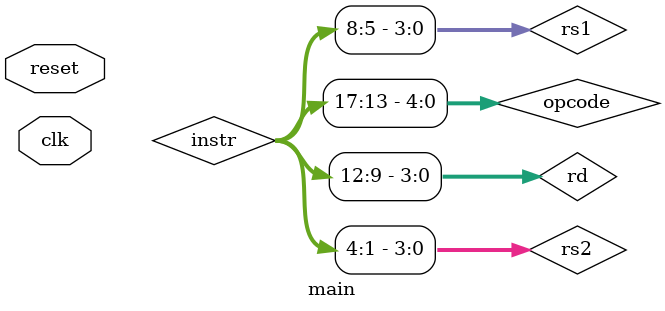
<source format=v>
module main (
    input wire clk,
    input wire reset
);

    // Wires

    // PC
    wire [11:0] PC_out;
    wire [11:0] PC_offset;

    // Instruction
    wire [17:0] instr;
    wire [4:0]  opcode;

    // Register fields
    wire [3:0] rs1, rs2, rd;

    // Register file
    wire [17:0] regA, regB;
    wire [17:0] write_data;

    // Immediate
    wire [17:0] ExtImm;

    // ALU
    wire [17:0] alu_B;
    wire [17:0] ALU_out;
    wire        zero;

    // Data Memory
    wire [17:0] mem_data;

    // Control signals
    wire PCWrite, PCSrc;
    wire RegWrite;
    wire MemRead, MemWrite, MemToReg;
    wire ALUSrc;
    wire ExtSel;
    wire [2:0] ALUCtrl;

    // Instruction fields

    assign opcode = instr[17:13];
    assign rd  = instr[12:9];
    assign rs1 = instr[8:5];
    assign rs2 = instr[4:1];

    // Program Counter

    program_counter PC (
        .clk(clk),
        .reset(reset),
        .PC_Write(PCWrite),
        .PC_Src(PCSrc),
        .PC_offset(PC_offset),
        .PC_out(PC_out)
    );

    // Instruction Memory

    instruction_memory IM (
        .PC_Address(PC_out),
        .instr(instr)
    );

    // Register File

    register_file RF (
        .clk(clk),
        .reset(reset),
        .RegWrite(RegWrite),
        .write_addr(rd),
        .write_data(write_data),
        .rs1(rs1),
        .rs2(rs2),
        .rd1(regA),
        .rd2(regB)
    );

    // Extend Unit

    extend_unit EXT (
        .imm(instr[4:0]),
        .ExtSel(ExtSel),
        .ExtImm(ExtImm)
    );

    // ALU B MUX

    assign alu_B = (ALUSrc) ? ExtImm : regB;

    // ALU

    alu ALU (
        .A(regA),
        .B(alu_B),
        .ALUctrl(ALUCtrl),
        .ALU_out(ALU_out),
        .zero(zero)
    );

    // Data Memory

    data_memory DM (
        .clk(clk),
        .MemWrite(MemWrite),
        .MemRead(MemRead),
        .Address(ALU_out[11:0]),
        .DataInput(regB),
        .DataOutput(mem_data)
    );

    // Write-back MUX

    assign write_data = (MemToReg) ? mem_data : ALU_out;

    // PC Offset Extension

    sign_extend_13_18 JEXT (
        .in(instr[12:0]),
        .extended_out({PC_offset})
    );

    // Control Unit

    control_unit CU (
        .clk(clk),
        .reset(reset),
        .opcode(opcode),

        .PCWrite(PCWrite),
        .PCSrc(PCSrc),
        .RegWrite(RegWrite),
        .MemRead(MemRead),
        .MemWrite(MemWrite),
        .MemToReg(MemToReg),
        .ALUSrc(ALUSrc),
        .ExtSel(ExtSel),
        .ALUCtrl(ALUCtrl),
        .state()
    );

endmodule

</source>
